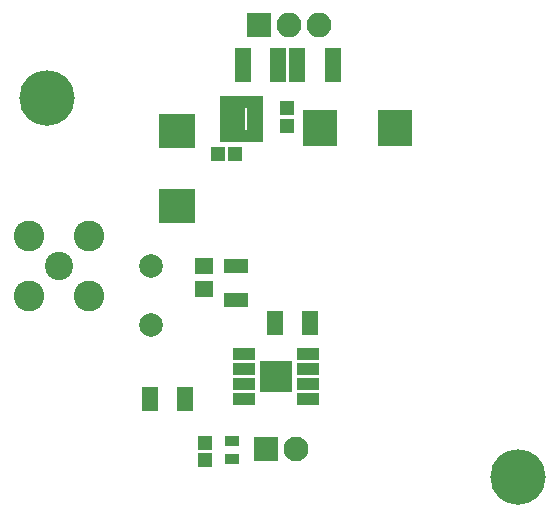
<source format=gbr>
G04 #@! TF.FileFunction,Soldermask,Top*
%FSLAX46Y46*%
G04 Gerber Fmt 4.6, Leading zero omitted, Abs format (unit mm)*
G04 Created by KiCad (PCBNEW 4.0.6) date 12/17/18 09:49:15*
%MOMM*%
%LPD*%
G01*
G04 APERTURE LIST*
%ADD10C,0.100000*%
%ADD11R,1.400000X2.000000*%
%ADD12R,1.470000X2.050000*%
%ADD13R,0.650000X1.100000*%
%ADD14R,1.290000X1.225000*%
%ADD15C,2.100000*%
%ADD16R,2.100000X2.100000*%
%ADD17R,1.400000X2.900000*%
%ADD18R,1.200000X1.150000*%
%ADD19R,1.150000X1.200000*%
%ADD20C,2.600000*%
%ADD21C,2.400000*%
%ADD22R,1.300000X0.900000*%
%ADD23O,2.100000X2.100000*%
%ADD24R,2.100000X1.300000*%
%ADD25R,3.100000X2.950000*%
%ADD26R,2.950000X3.100000*%
%ADD27R,1.650000X1.400000*%
%ADD28C,2.000000*%
%ADD29R,1.950000X1.000000*%
%ADD30R,1.575000X1.575000*%
%ADD31C,4.700000*%
G04 APERTURE END LIST*
D10*
D11*
X130550000Y-68650000D03*
X133550000Y-68650000D03*
X119950000Y-75050000D03*
X122950000Y-75050000D03*
D12*
X128850000Y-51350000D03*
D13*
X126250000Y-49900000D03*
X126750000Y-49900000D03*
X127250000Y-49900000D03*
X127750000Y-49900000D03*
X128250000Y-49900000D03*
X128750000Y-49900000D03*
X129250000Y-49900000D03*
X129250000Y-52800000D03*
X128750000Y-52800000D03*
X128250000Y-52800000D03*
X127750000Y-52800000D03*
X127250000Y-52800000D03*
X126750000Y-52800000D03*
X126250000Y-52800000D03*
D14*
X126505000Y-51762500D03*
X126505000Y-50937500D03*
X127395000Y-50937500D03*
X127395000Y-51762500D03*
D15*
X132350000Y-79250000D03*
D16*
X129790000Y-79250000D03*
D17*
X127850000Y-46750000D03*
X130850000Y-46750000D03*
X132450000Y-46750000D03*
X135450000Y-46750000D03*
D18*
X127200000Y-54350000D03*
X125700000Y-54350000D03*
D19*
X131550000Y-51950000D03*
X131550000Y-50450000D03*
X124650000Y-80250000D03*
X124650000Y-78750000D03*
D20*
X109710000Y-66290000D03*
X109710000Y-61210000D03*
X114790000Y-61210000D03*
X114790000Y-66290000D03*
D21*
X112250000Y-63750000D03*
D22*
X126950000Y-78650000D03*
X126950000Y-80150000D03*
D16*
X129170000Y-43350000D03*
D23*
X131710000Y-43350000D03*
X134250000Y-43350000D03*
D24*
X127250000Y-63750000D03*
X127250000Y-66650000D03*
D25*
X122250000Y-52375000D03*
X122250000Y-58725000D03*
D26*
X140725000Y-52150000D03*
X134375000Y-52150000D03*
D27*
X124550000Y-63750000D03*
X124550000Y-65750000D03*
D28*
X120050000Y-63750000D03*
X120050000Y-68750000D03*
D29*
X133350000Y-75055000D03*
X133350000Y-73785000D03*
X133350000Y-72515000D03*
X133350000Y-71245000D03*
X127950000Y-71245000D03*
X127950000Y-72515000D03*
X127950000Y-73785000D03*
X127950000Y-75055000D03*
D30*
X130062500Y-72562500D03*
X130062500Y-73737500D03*
X131237500Y-72562500D03*
X131237500Y-73737500D03*
D31*
X151150000Y-81650000D03*
X111250000Y-49550000D03*
M02*

</source>
